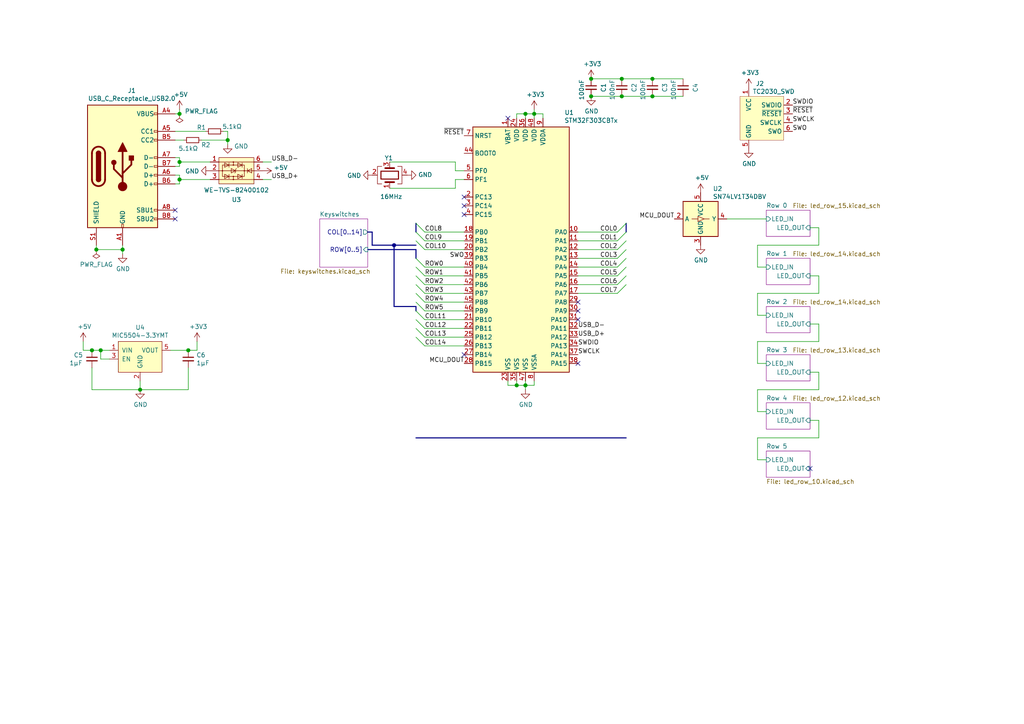
<source format=kicad_sch>
(kicad_sch (version 20210406) (generator eeschema)
  (paper "A4")
  (lib_symbols
    (symbol "Connector:USB_C_Receptacle_USB2.0" (pin_names (offset 1.016))
      (property "Reference" "J" (at -10.16 19.05 0))
      (property "Value" "USB_C_Receptacle_USB2.0" (at 19.05 19.05 0))
      (symbol "USB_C_Receptacle_USB2.0_0_0"
        (rectangle (start -0.254 -17.78) (end 0.254 -16.764))
        (rectangle (start 10.16 -14.986) (end 9.144 -15.494))
        (rectangle (start 10.16 -12.446) (end 9.144 -12.954))
        (rectangle (start 10.16 -4.826) (end 9.144 -5.334))
        (rectangle (start 10.16 -2.286) (end 9.144 -2.794))
        (rectangle (start 10.16 0.254) (end 9.144 -0.254))
        (rectangle (start 10.16 2.794) (end 9.144 2.286))
        (rectangle (start 10.16 7.874) (end 9.144 7.366))
        (rectangle (start 10.16 10.414) (end 9.144 9.906))
        (rectangle (start 10.16 15.494) (end 9.144 14.986))
      )
      (symbol "USB_C_Receptacle_USB2.0_0_1"
        (arc (start -8.89 -3.81) (end -5.08 -3.81) (radius (at -6.985 -3.81) (length 1.905) (angles -179.9 -0.1)) (stroke (width 0.508)))
        (arc (start -7.62 -3.81) (end -6.35 -3.81) (radius (at -6.985 -3.81) (length 0.635) (angles -179.9 -0.1)) (stroke (width 0.254)))
        (arc (start -6.35 3.81) (end -7.62 3.81) (radius (at -6.985 3.81) (length 0.635) (angles 0.1 179.9)) (stroke (width 0.254)))
        (arc (start -5.08 3.81) (end -8.89 3.81) (radius (at -6.985 3.81) (length 1.905) (angles 0.1 179.9)) (stroke (width 0.508)))
        (arc (start -7.62 -3.81) (end -6.35 -3.81) (radius (at -6.985 -3.81) (length 0.635) (angles -179.9 -0.1)) (stroke (width 0.254)) (fill (type outline)))
        (arc (start -6.35 3.81) (end -7.62 3.81) (radius (at -6.985 3.81) (length 0.635) (angles 0.1 179.9)) (stroke (width 0.254)) (fill (type outline)))
        (circle (center -2.54 1.143) (radius 0.635) (stroke (width 0.254)) (fill (type outline)))
        (circle (center 0 -5.842) (radius 1.27) (fill (type outline)))
        (rectangle (start -7.62 -3.81) (end -6.35 3.81) (stroke (width 0.254)) (fill (type outline)))
        (rectangle (start 1.905 1.778) (end 3.175 3.048) (stroke (width 0.254)) (fill (type outline)))
        (rectangle (start -10.16 17.78) (end 10.16 -17.78) (stroke (width 0.254)) (fill (type background)))
        (polyline (pts (xy -8.89 -3.81) (xy -8.89 3.81)) (stroke (width 0.508)))
        (polyline (pts (xy -5.08 3.81) (xy -5.08 -3.81)) (stroke (width 0.508)))
        (polyline (pts (xy 0 -5.842) (xy 0 4.318)) (stroke (width 0.508)))
        (polyline (pts (xy 0 -3.302) (xy -2.54 -0.762) (xy -2.54 0.508)) (stroke (width 0.508)))
        (polyline (pts (xy 0 -2.032) (xy 2.54 0.508) (xy 2.54 1.778)) (stroke (width 0.508)))
        (polyline (pts (xy -1.27 4.318) (xy 0 6.858) (xy 1.27 4.318) (xy -1.27 4.318)) (stroke (width 0.254)) (fill (type outline)))
      )
      (symbol "USB_C_Receptacle_USB2.0_1_1"
        (pin passive line (at 0 -22.86 90) (length 5.08) (name "GND") (number "A1"))
        (pin passive line (at 0 -22.86 90) (length 5.08) hide (name "GND") (number "A12"))
        (pin passive line (at 15.24 15.24 180) (length 5.08) (name "VBUS") (number "A4"))
        (pin bidirectional line (at 15.24 10.16 180) (length 5.08) (name "CC1") (number "A5"))
        (pin bidirectional line (at 15.24 -2.54 180) (length 5.08) (name "D+") (number "A6"))
        (pin bidirectional line (at 15.24 2.54 180) (length 5.08) (name "D-") (number "A7"))
        (pin bidirectional line (at 15.24 -12.7 180) (length 5.08) (name "SBU1") (number "A8"))
        (pin passive line (at 15.24 15.24 180) (length 5.08) hide (name "VBUS") (number "A9"))
        (pin passive line (at 0 -22.86 90) (length 5.08) hide (name "GND") (number "B1"))
        (pin passive line (at 0 -22.86 90) (length 5.08) hide (name "GND") (number "B12"))
        (pin passive line (at 15.24 15.24 180) (length 5.08) hide (name "VBUS") (number "B4"))
        (pin bidirectional line (at 15.24 7.62 180) (length 5.08) (name "CC2") (number "B5"))
        (pin bidirectional line (at 15.24 -5.08 180) (length 5.08) (name "D+") (number "B6"))
        (pin bidirectional line (at 15.24 0 180) (length 5.08) (name "D-") (number "B7"))
        (pin bidirectional line (at 15.24 -15.24 180) (length 5.08) (name "SBU2") (number "B8"))
        (pin passive line (at 15.24 15.24 180) (length 5.08) hide (name "VBUS") (number "B9"))
        (pin passive line (at -7.62 -22.86 90) (length 5.08) (name "SHIELD") (number "S1"))
      )
    )
    (symbol "Device:C_Small" (pin_numbers hide) (pin_names (offset 0.254) hide)
      (property "Reference" "C" (at 0.254 1.778 0))
      (property "Value" "C_Small" (at 0.254 -2.032 0))
      (symbol "C_Small_0_1"
        (polyline (pts (xy -1.524 -0.508) (xy 1.524 -0.508)) (stroke (width 0.3302)))
        (polyline (pts (xy -1.524 0.508) (xy 1.524 0.508)) (stroke (width 0.3048)))
      )
      (symbol "C_Small_1_1"
        (pin passive line (at 0 2.54 270) (length 2.032) (name "~") (number "1"))
        (pin passive line (at 0 -2.54 90) (length 2.032) (name "~") (number "2"))
      )
    )
    (symbol "Device:Crystal_GND24" (pin_names (offset 1.016) hide)
      (property "Reference" "Y" (at 3.175 5.08 0))
      (property "Value" "Crystal_GND24" (at 3.175 3.175 0))
      (symbol "Crystal_GND24_0_1"
        (rectangle (start -1.143 2.54) (end 1.143 -2.54) (stroke (width 0.3048)))
        (polyline (pts (xy -2.54 0) (xy -2.032 0)))
        (polyline (pts (xy -2.032 -1.27) (xy -2.032 1.27)) (stroke (width 0.508)))
        (polyline (pts (xy 0 -3.81) (xy 0 -3.556)))
        (polyline (pts (xy 0 3.556) (xy 0 3.81)))
        (polyline (pts (xy 2.032 -1.27) (xy 2.032 1.27)) (stroke (width 0.508)))
        (polyline (pts (xy 2.032 0) (xy 2.54 0)))
        (polyline (pts (xy -2.54 -2.286) (xy -2.54 -3.556) (xy 2.54 -3.556) (xy 2.54 -2.286)))
        (polyline (pts (xy -2.54 2.286) (xy -2.54 3.556) (xy 2.54 3.556) (xy 2.54 2.286)))
      )
      (symbol "Crystal_GND24_1_1"
        (pin passive line (at -3.81 0 0) (length 1.27) (name "1") (number "1"))
        (pin passive line (at 0 5.08 270) (length 1.27) (name "2") (number "2"))
        (pin passive line (at 3.81 0 180) (length 1.27) (name "3") (number "3"))
        (pin passive line (at 0 -5.08 90) (length 1.27) (name "4") (number "4"))
      )
    )
    (symbol "Device:R_Small" (pin_numbers hide) (pin_names (offset 0.254) hide)
      (property "Reference" "R" (at 0.762 0.508 0))
      (property "Value" "R_Small" (at 0.762 -1.016 0))
      (symbol "R_Small_0_1"
        (rectangle (start -0.762 1.778) (end 0.762 -1.778) (stroke (width 0.2032)))
      )
      (symbol "R_Small_1_1"
        (pin passive line (at 0 2.54 270) (length 0.762) (name "~") (number "1"))
        (pin passive line (at 0 -2.54 90) (length 0.762) (name "~") (number "2"))
      )
    )
    (symbol "Logic_LevelTranslator:SN74LV1T34DBV"
      (property "Reference" "U" (at 5.08 6.35 0))
      (property "Value" "SN74LV1T34DBV" (at 5.08 3.81 0))
      (symbol "SN74LV1T34DBV_0_1"
        (rectangle (start -5.08 5.08) (end 5.08 -5.08) (stroke (width 0.254)) (fill (type background)))
        (polyline (pts (xy -0.762 0) (xy -2.54 0)))
        (polyline (pts (xy 1.016 0) (xy 2.54 0)))
      )
      (symbol "SN74LV1T34DBV_1_1"
        (polyline (pts (xy -0.762 -0.762) (xy -0.762 0.762) (xy 1.016 0) (xy -0.762 -0.762)))
        (pin no_connect line (at -5.08 2.54 0) (length 2.54) hide (name "NC") (number "1"))
        (pin input line (at -7.62 0 0) (length 2.54) (name "A") (number "2"))
        (pin power_in line (at 0 -7.62 90) (length 2.54) (name "GND") (number "3"))
        (pin output line (at 7.62 0 180) (length 2.54) (name "Y") (number "4"))
        (pin power_in line (at 0 7.62 270) (length 2.54) (name "VCC") (number "5"))
      )
    )
    (symbol "MCU_ST_STM32F3:STM32F303CBTx"
      (property "Reference" "U" (at -15.24 36.83 0))
      (property "Value" "STM32F303CBTx" (at 7.62 36.83 0))
      (symbol "STM32F303CBTx_0_1"
        (rectangle (start -15.24 -35.56) (end 12.7 35.56) (stroke (width 0.254)) (fill (type background)))
      )
      (symbol "STM32F303CBTx_1_1"
        (pin power_in line (at -5.08 38.1 270) (length 2.54) (name "VBAT") (number "1"))
        (pin bidirectional line (at 15.24 5.08 180) (length 2.54) (name "PA0") (number "10"))
        (pin bidirectional line (at 15.24 2.54 180) (length 2.54) (name "PA1") (number "11"))
        (pin bidirectional line (at 15.24 0 180) (length 2.54) (name "PA2") (number "12"))
        (pin bidirectional line (at 15.24 -2.54 180) (length 2.54) (name "PA3") (number "13"))
        (pin bidirectional line (at 15.24 -5.08 180) (length 2.54) (name "PA4") (number "14"))
        (pin bidirectional line (at 15.24 -7.62 180) (length 2.54) (name "PA5") (number "15"))
        (pin bidirectional line (at 15.24 -10.16 180) (length 2.54) (name "PA6") (number "16"))
        (pin bidirectional line (at 15.24 -12.7 180) (length 2.54) (name "PA7") (number "17"))
        (pin bidirectional line (at -17.78 5.08 0) (length 2.54) (name "PB0") (number "18"))
        (pin bidirectional line (at -17.78 2.54 0) (length 2.54) (name "PB1") (number "19"))
        (pin bidirectional line (at -17.78 15.24 0) (length 2.54) (name "PC13") (number "2"))
        (pin bidirectional line (at -17.78 0 0) (length 2.54) (name "PB2") (number "20"))
        (pin bidirectional line (at -17.78 -20.32 0) (length 2.54) (name "PB10") (number "21"))
        (pin bidirectional line (at -17.78 -22.86 0) (length 2.54) (name "PB11") (number "22"))
        (pin power_in line (at -5.08 -38.1 90) (length 2.54) (name "VSS") (number "23"))
        (pin power_in line (at -2.54 38.1 270) (length 2.54) (name "VDD") (number "24"))
        (pin bidirectional line (at -17.78 -25.4 0) (length 2.54) (name "PB12") (number "25"))
        (pin bidirectional line (at -17.78 -27.94 0) (length 2.54) (name "PB13") (number "26"))
        (pin bidirectional line (at -17.78 -30.48 0) (length 2.54) (name "PB14") (number "27"))
        (pin bidirectional line (at -17.78 -33.02 0) (length 2.54) (name "PB15") (number "28"))
        (pin bidirectional line (at 15.24 -15.24 180) (length 2.54) (name "PA8") (number "29"))
        (pin bidirectional line (at -17.78 12.7 0) (length 2.54) (name "PC14") (number "3"))
        (pin bidirectional line (at 15.24 -17.78 180) (length 2.54) (name "PA9") (number "30"))
        (pin bidirectional line (at 15.24 -20.32 180) (length 2.54) (name "PA10") (number "31"))
        (pin bidirectional line (at 15.24 -22.86 180) (length 2.54) (name "PA11") (number "32"))
        (pin bidirectional line (at 15.24 -25.4 180) (length 2.54) (name "PA12") (number "33"))
        (pin bidirectional line (at 15.24 -27.94 180) (length 2.54) (name "PA13") (number "34"))
        (pin power_in line (at -2.54 -38.1 90) (length 2.54) (name "VSS") (number "35"))
        (pin power_in line (at 0 38.1 270) (length 2.54) (name "VDD") (number "36"))
        (pin bidirectional line (at 15.24 -30.48 180) (length 2.54) (name "PA14") (number "37"))
        (pin bidirectional line (at 15.24 -33.02 180) (length 2.54) (name "PA15") (number "38"))
        (pin bidirectional line (at -17.78 -2.54 0) (length 2.54) (name "PB3") (number "39"))
        (pin bidirectional line (at -17.78 10.16 0) (length 2.54) (name "PC15") (number "4"))
        (pin bidirectional line (at -17.78 -5.08 0) (length 2.54) (name "PB4") (number "40"))
        (pin bidirectional line (at -17.78 -7.62 0) (length 2.54) (name "PB5") (number "41"))
        (pin bidirectional line (at -17.78 -10.16 0) (length 2.54) (name "PB6") (number "42"))
        (pin bidirectional line (at -17.78 -12.7 0) (length 2.54) (name "PB7") (number "43"))
        (pin input line (at -17.78 27.94 0) (length 2.54) (name "BOOT0") (number "44"))
        (pin bidirectional line (at -17.78 -15.24 0) (length 2.54) (name "PB8") (number "45"))
        (pin bidirectional line (at -17.78 -17.78 0) (length 2.54) (name "PB9") (number "46"))
        (pin power_in line (at 0 -38.1 90) (length 2.54) (name "VSS") (number "47"))
        (pin power_in line (at 2.54 38.1 270) (length 2.54) (name "VDD") (number "48"))
        (pin input line (at -17.78 22.86 0) (length 2.54) (name "PF0") (number "5"))
        (pin input line (at -17.78 20.32 0) (length 2.54) (name "PF1") (number "6"))
        (pin input line (at -17.78 33.02 0) (length 2.54) (name "NRST") (number "7"))
        (pin power_in line (at 2.54 -38.1 90) (length 2.54) (name "VSSA") (number "8"))
        (pin power_in line (at 5.08 38.1 270) (length 2.54) (name "VDDA") (number "9"))
      )
    )
    (symbol "Power_Protection:WE-TVS-82400102"
      (property "Reference" "U" (at 0 7.62 0))
      (property "Value" "WE-TVS-82400102" (at 0 5.08 0))
      (symbol "WE-TVS-82400102_0_1"
        (circle (center -4.064 0) (radius 0.127))
        (circle (center -0.889 -2.54) (radius 0.127))
        (circle (center -0.889 -1.651) (radius 0.127))
        (circle (center -0.889 1.651) (radius 0.127))
        (circle (center -0.889 2.54) (radius 0.127))
        (circle (center 2.286 0) (radius 0.127))
        (rectangle (start -4.064 1.651) (end 2.286 -1.651))
        (rectangle (start -5.08 3.81) (end 5.08 -3.81) (fill (type background)))
        (polyline (pts (xy -5.08 -2.54) (xy 5.08 -2.54)))
        (polyline (pts (xy -5.08 2.54) (xy 5.08 2.54)))
        (polyline (pts (xy -4.064 0) (xy -5.08 0)))
        (polyline (pts (xy -2.159 -1.016) (xy -2.159 -2.286)))
        (polyline (pts (xy -2.159 2.286) (xy -2.159 1.016)))
        (polyline (pts (xy -0.889 -1.651) (xy -0.889 -2.413)))
        (polyline (pts (xy -0.889 1.651) (xy -0.889 2.54)))
        (polyline (pts (xy -0.508 -0.635) (xy -0.508 -0.635)))
        (polyline (pts (xy 1.651 -1.016) (xy 1.651 -2.286)))
        (polyline (pts (xy 1.651 2.286) (xy 1.651 1.016)))
        (polyline (pts (xy 2.286 0) (xy 5.08 0)))
        (polyline (pts (xy -3.429 -1.016) (xy -3.429 -2.286) (xy -2.159 -1.651) (xy -3.429 -1.016)))
        (polyline (pts (xy -3.429 1.016) (xy -3.429 2.286) (xy -2.159 1.651) (xy -3.429 1.016)))
        (polyline (pts (xy 0 0.635) (xy -0.254 0.381) (xy -0.254 -0.381) (xy -0.508 -0.635)))
        (polyline (pts (xy 0.381 -1.016) (xy 0.381 -2.286) (xy 1.651 -1.651) (xy 0.381 -1.016)))
        (polyline (pts (xy 0.381 1.016) (xy 0.381 2.286) (xy 1.651 1.651) (xy 0.381 1.016)))
        (polyline (pts (xy -4.064 0) (xy 2.286 0)) (fill (type outline)))
      )
      (symbol "WE-TVS-82400102_1_1"
        (polyline (pts (xy 3.175 0.635) (xy 3.175 -0.635)))
        (polyline (pts (xy -1.524 0.635) (xy -1.524 -0.635) (xy -0.254 0) (xy -1.524 0.635)))
        (polyline (pts (xy 4.445 0.635) (xy 4.445 -0.635) (xy 3.175 0) (xy 4.445 0.635)))
        (pin passive line (at -7.62 2.54 0) (length 2.54) (name "~") (number "1"))
        (pin passive line (at -7.62 0 0) (length 2.54) (name "~") (number "2"))
        (pin passive line (at -7.62 -2.54 0) (length 2.54) (name "~") (number "3"))
        (pin passive line (at 7.62 -2.54 180) (length 2.54) (name "~") (number "4"))
        (pin passive line (at 7.62 0 180) (length 2.54) (name "~") (number "5"))
        (pin passive line (at 7.62 2.54 180) (length 2.54) (name "~") (number "6"))
      )
    )
    (symbol "chonc60:MIC550x" (pin_names (offset 1.016))
      (property "Reference" "U" (at 0 6.35 0))
      (property "Value" "MIC550x" (at 0 3.81 0))
      (symbol "MIC550x_0_1"
        (rectangle (start -6.35 2.54) (end 6.35 -6.35) (fill (type background)))
      )
      (symbol "MIC550x_1_1"
        (pin power_in line (at -8.89 0 0) (length 2.54) (name "VIN") (number "1"))
        (pin power_in line (at 0 -8.89 90) (length 2.54) (name "GND") (number "2"))
        (pin input line (at -8.89 -2.54 0) (length 2.54) (name "EN") (number "3"))
        (pin no_connect line (at 8.89 -2.54 180) (length 2.54) hide (name "NC") (number "4"))
        (pin power_out line (at 8.89 0 180) (length 2.54) (name "VOUT") (number "5"))
      )
    )
    (symbol "chonc60:TC2030_SWD"
      (property "Reference" "J" (at 1.27 10.16 0))
      (property "Value" "TC2030_SWD" (at 6.35 7.62 0))
      (symbol "TC2030_SWD_0_1"
        (rectangle (start -6.35 6.35) (end 6.35 -6.35) (stroke (width 0.001)) (fill (type background)))
      )
      (symbol "TC2030_SWD_1_1"
        (pin power_in line (at -3.81 8.89 270) (length 2.54) (name "VCC") (number "1"))
        (pin bidirectional line (at 8.89 3.81 180) (length 2.54) (name "SWDIO") (number "2"))
        (pin output line (at 8.89 1.27 180) (length 2.54) (name "~RESET") (number "3"))
        (pin output line (at 8.89 -1.27 180) (length 2.54) (name "SWCLK") (number "4"))
        (pin power_in line (at -3.81 -8.89 90) (length 2.54) (name "GND") (number "5"))
        (pin input line (at 8.89 -3.81 180) (length 2.54) (name "SWO") (number "6"))
      )
    )
    (symbol "power:+3V3" (power) (pin_names (offset 0))
      (property "Value" "+3V3" (at 0 3.556 0))
      (symbol "+3V3_0_1"
        (polyline (pts (xy -0.762 1.27) (xy 0 2.54)))
        (polyline (pts (xy 0 0) (xy 0 2.54)))
        (polyline (pts (xy 0 2.54) (xy 0.762 1.27)))
      )
      (symbol "+3V3_1_1"
        (pin power_in line (at 0 0 90) (length 0) hide (name "+3V3") (number "1"))
      )
    )
    (symbol "power:+5V" (power) (pin_names (offset 0))
      (property "Value" "+5V" (at 0 3.556 0))
      (symbol "+5V_0_1"
        (polyline (pts (xy -0.762 1.27) (xy 0 2.54)))
        (polyline (pts (xy 0 0) (xy 0 2.54)))
        (polyline (pts (xy 0 2.54) (xy 0.762 1.27)))
      )
      (symbol "+5V_1_1"
        (pin power_in line (at 0 0 90) (length 0) hide (name "+5V") (number "1"))
      )
    )
    (symbol "power:GND" (power) (pin_names (offset 0))
      (property "Value" "GND" (at 0 -3.81 0))
      (symbol "GND_0_1"
        (polyline (pts (xy 0 0) (xy 0 -1.27) (xy 1.27 -1.27) (xy 0 -2.54) (xy -1.27 -1.27) (xy 0 -1.27)))
      )
      (symbol "GND_1_1"
        (pin power_in line (at 0 0 270) (length 0) hide (name "GND") (number "1"))
      )
    )
    (symbol "power:PWR_FLAG" (power) (pin_numbers hide) (pin_names (offset 0) hide)
      (property "Value" "PWR_FLAG" (at 0 3.81 0))
      (symbol "PWR_FLAG_0_0"
        (pin power_out line (at 0 0 90) (length 0) (name "pwr") (number "1"))
      )
      (symbol "PWR_FLAG_0_1"
        (polyline (pts (xy 0 0) (xy 0 1.27) (xy -1.016 1.905) (xy 0 2.54) (xy 1.016 1.905) (xy 0 1.27)))
      )
    )
  )
  (junction (at 26.67 101.6) (diameter 1.016))
  (junction (at 27.94 72.39) (diameter 1.016))
  (junction (at 29.21 101.6) (diameter 1.016))
  (junction (at 35.56 72.39) (diameter 1.016))
  (junction (at 40.64 113.03) (diameter 1.016))
  (junction (at 52.07 33.02) (diameter 1.016))
  (junction (at 52.07 46.99) (diameter 1.016))
  (junction (at 52.07 52.07) (diameter 1.016))
  (junction (at 54.61 101.6) (diameter 1.016))
  (junction (at 66.04 40.64) (diameter 1.016))
  (junction (at 149.86 111.76) (diameter 1.016))
  (junction (at 152.4 33.02) (diameter 1.016))
  (junction (at 152.4 111.76) (diameter 1.016))
  (junction (at 154.94 33.02) (diameter 1.016))
  (junction (at 171.45 22.86) (diameter 1.016))
  (junction (at 171.45 27.94) (diameter 1.016))
  (junction (at 180.34 22.86) (diameter 1.016))
  (junction (at 180.34 27.94) (diameter 1.016))
  (junction (at 189.23 22.86) (diameter 1.016))
  (junction (at 189.23 27.94) (diameter 1.016))
  (junction (at 114.3 71.12) (diameter 1.016))
  (no_connect (at 50.8 60.96))
  (no_connect (at 50.8 63.5))
  (no_connect (at 134.62 57.15))
  (no_connect (at 134.62 59.69))
  (no_connect (at 134.62 62.23))
  (no_connect (at 134.62 102.87))
  (no_connect (at 147.32 34.29))
  (no_connect (at 167.64 87.63))
  (no_connect (at 167.64 90.17))
  (no_connect (at 167.64 92.71))
  (no_connect (at 167.64 105.41))
  (no_connect (at 234.95 135.89))
  (bus_entry (at 120.65 64.77) (size 2.54 2.54) (stroke (width 0.1524)))
  (bus_entry (at 120.65 67.31) (size 2.54 2.54) (stroke (width 0.1524)))
  (bus_entry (at 120.65 69.85) (size 2.54 2.54) (stroke (width 0.1524)))
  (bus_entry (at 120.65 74.93) (size 2.54 2.54) (stroke (width 0.1524)))
  (bus_entry (at 120.65 77.47) (size 2.54 2.54) (stroke (width 0.1524)))
  (bus_entry (at 120.65 80.01) (size 2.54 2.54) (stroke (width 0.1524)))
  (bus_entry (at 120.65 82.55) (size 2.54 2.54) (stroke (width 0.1524)))
  (bus_entry (at 120.65 85.09) (size 2.54 2.54) (stroke (width 0.1524)))
  (bus_entry (at 120.65 87.63) (size 2.54 2.54) (stroke (width 0.1524)))
  (bus_entry (at 120.65 90.17) (size 2.54 2.54) (stroke (width 0.1524)))
  (bus_entry (at 120.65 92.71) (size 2.54 2.54) (stroke (width 0.1524)))
  (bus_entry (at 120.65 95.25) (size 2.54 2.54) (stroke (width 0.1524)))
  (bus_entry (at 120.65 97.79) (size 2.54 2.54) (stroke (width 0.1524)))
  (bus_entry (at 179.07 67.31) (size 2.54 -2.54) (stroke (width 0.1524)))
  (bus_entry (at 179.07 69.85) (size 2.54 -2.54) (stroke (width 0.1524)))
  (bus_entry (at 179.07 72.39) (size 2.54 -2.54) (stroke (width 0.1524)))
  (bus_entry (at 179.07 74.93) (size 2.54 -2.54) (stroke (width 0.1524)))
  (bus_entry (at 179.07 77.47) (size 2.54 -2.54) (stroke (width 0.1524)))
  (bus_entry (at 179.07 80.01) (size 2.54 -2.54) (stroke (width 0.1524)))
  (bus_entry (at 179.07 82.55) (size 2.54 -2.54) (stroke (width 0.1524)))
  (bus_entry (at 179.07 85.09) (size 2.54 -2.54) (stroke (width 0.1524)))
  (wire (pts (xy 24.13 99.06) (xy 24.13 101.6)))
  (wire (pts (xy 26.67 101.6) (xy 24.13 101.6)))
  (wire (pts (xy 26.67 113.03) (xy 26.67 106.68)))
  (wire (pts (xy 27.94 71.12) (xy 27.94 72.39)))
  (wire (pts (xy 27.94 72.39) (xy 35.56 72.39)))
  (wire (pts (xy 29.21 101.6) (xy 26.67 101.6)))
  (wire (pts (xy 29.21 104.14) (xy 29.21 101.6)))
  (wire (pts (xy 31.75 101.6) (xy 29.21 101.6)))
  (wire (pts (xy 31.75 104.14) (xy 29.21 104.14)))
  (wire (pts (xy 35.56 72.39) (xy 35.56 71.12)))
  (wire (pts (xy 35.56 72.39) (xy 35.56 73.66)))
  (wire (pts (xy 40.64 110.49) (xy 40.64 113.03)))
  (wire (pts (xy 40.64 113.03) (xy 26.67 113.03)))
  (wire (pts (xy 40.64 113.03) (xy 54.61 113.03)))
  (wire (pts (xy 49.53 101.6) (xy 54.61 101.6)))
  (wire (pts (xy 50.8 33.02) (xy 52.07 33.02)))
  (wire (pts (xy 50.8 38.1) (xy 59.69 38.1)))
  (wire (pts (xy 50.8 40.64) (xy 53.34 40.64)))
  (wire (pts (xy 50.8 45.72) (xy 52.07 45.72)))
  (wire (pts (xy 50.8 48.26) (xy 52.07 48.26)))
  (wire (pts (xy 50.8 50.8) (xy 52.07 50.8)))
  (wire (pts (xy 50.8 53.34) (xy 52.07 53.34)))
  (wire (pts (xy 52.07 31.75) (xy 52.07 33.02)))
  (wire (pts (xy 52.07 45.72) (xy 52.07 46.99)))
  (wire (pts (xy 52.07 46.99) (xy 52.07 48.26)))
  (wire (pts (xy 52.07 46.99) (xy 60.96 46.99)))
  (wire (pts (xy 52.07 50.8) (xy 52.07 52.07)))
  (wire (pts (xy 52.07 52.07) (xy 52.07 53.34)))
  (wire (pts (xy 52.07 52.07) (xy 60.96 52.07)))
  (wire (pts (xy 54.61 101.6) (xy 57.15 101.6)))
  (wire (pts (xy 54.61 113.03) (xy 54.61 106.68)))
  (wire (pts (xy 57.15 99.06) (xy 57.15 101.6)))
  (wire (pts (xy 58.42 40.64) (xy 66.04 40.64)))
  (wire (pts (xy 64.77 38.1) (xy 66.04 38.1)))
  (wire (pts (xy 66.04 38.1) (xy 66.04 40.64)))
  (wire (pts (xy 66.04 40.64) (xy 66.04 41.91)))
  (wire (pts (xy 76.2 46.99) (xy 78.74 46.99)))
  (wire (pts (xy 76.2 52.07) (xy 78.74 52.07)))
  (wire (pts (xy 113.03 46.99) (xy 132.08 46.99)))
  (wire (pts (xy 113.03 54.61) (xy 132.08 54.61)))
  (wire (pts (xy 123.19 67.31) (xy 134.62 67.31)))
  (wire (pts (xy 123.19 69.85) (xy 134.62 69.85)))
  (wire (pts (xy 123.19 72.39) (xy 134.62 72.39)))
  (wire (pts (xy 123.19 77.47) (xy 134.62 77.47)))
  (wire (pts (xy 123.19 80.01) (xy 134.62 80.01)))
  (wire (pts (xy 123.19 82.55) (xy 134.62 82.55)))
  (wire (pts (xy 123.19 85.09) (xy 134.62 85.09)))
  (wire (pts (xy 123.19 87.63) (xy 134.62 87.63)))
  (wire (pts (xy 123.19 90.17) (xy 134.62 90.17)))
  (wire (pts (xy 123.19 92.71) (xy 134.62 92.71)))
  (wire (pts (xy 123.19 95.25) (xy 134.62 95.25)))
  (wire (pts (xy 123.19 97.79) (xy 134.62 97.79)))
  (wire (pts (xy 123.19 100.33) (xy 134.62 100.33)))
  (wire (pts (xy 132.08 46.99) (xy 132.08 49.53)))
  (wire (pts (xy 132.08 49.53) (xy 134.62 49.53)))
  (wire (pts (xy 132.08 52.07) (xy 132.08 54.61)))
  (wire (pts (xy 132.08 52.07) (xy 134.62 52.07)))
  (wire (pts (xy 147.32 110.49) (xy 147.32 111.76)))
  (wire (pts (xy 147.32 111.76) (xy 149.86 111.76)))
  (wire (pts (xy 149.86 33.02) (xy 149.86 34.29)))
  (wire (pts (xy 149.86 33.02) (xy 152.4 33.02)))
  (wire (pts (xy 149.86 110.49) (xy 149.86 111.76)))
  (wire (pts (xy 149.86 111.76) (xy 152.4 111.76)))
  (wire (pts (xy 152.4 33.02) (xy 152.4 34.29)))
  (wire (pts (xy 152.4 33.02) (xy 154.94 33.02)))
  (wire (pts (xy 152.4 110.49) (xy 152.4 111.76)))
  (wire (pts (xy 152.4 111.76) (xy 152.4 113.03)))
  (wire (pts (xy 152.4 111.76) (xy 154.94 111.76)))
  (wire (pts (xy 154.94 31.75) (xy 154.94 33.02)))
  (wire (pts (xy 154.94 33.02) (xy 154.94 34.29)))
  (wire (pts (xy 154.94 33.02) (xy 157.48 33.02)))
  (wire (pts (xy 154.94 110.49) (xy 154.94 111.76)))
  (wire (pts (xy 157.48 34.29) (xy 157.48 33.02)))
  (wire (pts (xy 167.64 67.31) (xy 179.07 67.31)))
  (wire (pts (xy 167.64 69.85) (xy 179.07 69.85)))
  (wire (pts (xy 167.64 72.39) (xy 179.07 72.39)))
  (wire (pts (xy 167.64 74.93) (xy 179.07 74.93)))
  (wire (pts (xy 167.64 77.47) (xy 179.07 77.47)))
  (wire (pts (xy 167.64 80.01) (xy 179.07 80.01)))
  (wire (pts (xy 167.64 82.55) (xy 179.07 82.55)))
  (wire (pts (xy 167.64 85.09) (xy 179.07 85.09)))
  (wire (pts (xy 171.45 22.86) (xy 180.34 22.86)))
  (wire (pts (xy 171.45 27.94) (xy 180.34 27.94)))
  (wire (pts (xy 180.34 22.86) (xy 189.23 22.86)))
  (wire (pts (xy 180.34 27.94) (xy 189.23 27.94)))
  (wire (pts (xy 189.23 22.86) (xy 198.12 22.86)))
  (wire (pts (xy 189.23 27.94) (xy 198.12 27.94)))
  (wire (pts (xy 210.82 63.5) (xy 222.25 63.5)))
  (wire (pts (xy 219.71 71.12) (xy 219.71 77.47)))
  (wire (pts (xy 219.71 77.47) (xy 222.25 77.47)))
  (wire (pts (xy 219.71 85.09) (xy 219.71 91.44)))
  (wire (pts (xy 219.71 85.09) (xy 237.49 85.09)))
  (wire (pts (xy 219.71 91.44) (xy 222.25 91.44)))
  (wire (pts (xy 219.71 99.06) (xy 219.71 105.41)))
  (wire (pts (xy 219.71 99.06) (xy 237.49 99.06)))
  (wire (pts (xy 219.71 105.41) (xy 222.25 105.41)))
  (wire (pts (xy 219.71 113.03) (xy 219.71 119.38)))
  (wire (pts (xy 219.71 113.03) (xy 237.49 113.03)))
  (wire (pts (xy 219.71 119.38) (xy 222.25 119.38)))
  (wire (pts (xy 219.71 127) (xy 219.71 133.35)))
  (wire (pts (xy 219.71 127) (xy 237.49 127)))
  (wire (pts (xy 219.71 133.35) (xy 222.25 133.35)))
  (wire (pts (xy 234.95 66.04) (xy 237.49 66.04)))
  (wire (pts (xy 234.95 80.01) (xy 237.49 80.01)))
  (wire (pts (xy 234.95 93.98) (xy 237.49 93.98)))
  (wire (pts (xy 234.95 107.95) (xy 237.49 107.95)))
  (wire (pts (xy 234.95 121.92) (xy 237.49 121.92)))
  (wire (pts (xy 237.49 66.04) (xy 237.49 71.12)))
  (wire (pts (xy 237.49 71.12) (xy 219.71 71.12)))
  (wire (pts (xy 237.49 80.01) (xy 237.49 85.09)))
  (wire (pts (xy 237.49 93.98) (xy 237.49 99.06)))
  (wire (pts (xy 237.49 107.95) (xy 237.49 113.03)))
  (wire (pts (xy 237.49 121.92) (xy 237.49 127)))
  (bus (pts (xy 106.68 67.31) (xy 107.95 67.31)))
  (bus (pts (xy 106.68 72.39) (xy 120.65 72.39)))
  (bus (pts (xy 107.95 67.31) (xy 107.95 71.12)))
  (bus (pts (xy 107.95 71.12) (xy 114.3 71.12)))
  (bus (pts (xy 114.3 71.12) (xy 114.3 88.9)))
  (bus (pts (xy 114.3 71.12) (xy 120.65 71.12)))
  (bus (pts (xy 114.3 88.9) (xy 120.65 88.9)))
  (bus (pts (xy 120.65 64.77) (xy 120.65 71.12)))
  (bus (pts (xy 120.65 72.39) (xy 120.65 87.63)))
  (bus (pts (xy 120.65 88.9) (xy 120.65 127)))
  (bus (pts (xy 120.65 127) (xy 181.61 127)))
  (bus (pts (xy 181.61 64.77) (xy 181.61 127)))
  (label "USB_D-" (at 78.74 46.99 0))
  (label "USB_D+" (at 78.74 52.07 0))
  (label "COL8" (at 123.19 67.31 0))
  (label "COL9" (at 123.19 69.85 0))
  (label "COL10" (at 123.19 72.39 0))
  (label "ROW0" (at 123.19 77.47 0))
  (label "ROW1" (at 123.19 80.01 0))
  (label "ROW2" (at 123.19 82.55 0))
  (label "ROW3" (at 123.19 85.09 0))
  (label "ROW4" (at 123.19 87.63 0))
  (label "ROW5" (at 123.19 90.17 0))
  (label "COL11" (at 123.19 92.71 0))
  (label "COL12" (at 123.19 95.25 0))
  (label "COL13" (at 123.19 97.79 0))
  (label "COL14" (at 123.19 100.33 0))
  (label "~RESET" (at 134.62 39.37 180))
  (label "SWO" (at 134.62 74.93 180))
  (label "MCU_DOUT" (at 134.62 105.41 180))
  (label "USB_D-" (at 167.64 95.25 0))
  (label "USB_D+" (at 167.64 97.79 0))
  (label "SWDIO" (at 167.64 100.33 0))
  (label "SWCLK" (at 167.64 102.87 0))
  (label "COL0" (at 179.07 67.31 180))
  (label "COL1" (at 179.07 69.85 180))
  (label "COL2" (at 179.07 72.39 180))
  (label "COL3" (at 179.07 74.93 180))
  (label "COL4" (at 179.07 77.47 180))
  (label "COL5" (at 179.07 80.01 180))
  (label "COL6" (at 179.07 82.55 180))
  (label "COL7" (at 179.07 85.09 180))
  (label "MCU_DOUT" (at 195.58 63.5 180))
  (label "SWDIO" (at 229.87 30.48 0))
  (label "~RESET" (at 229.87 33.02 0))
  (label "SWCLK" (at 229.87 35.56 0))
  (label "SWO" (at 229.87 38.1 0))
  (symbol (lib_id "power:+5V") (at 24.13 99.06 0) (unit 1)
    (property "Reference" "#PWR015" (effects hide))
    (property "Value" "+5V" (at 24.4983 94.7356 0))
  )
  (symbol (lib_id "power:+5V") (at 52.07 31.75 0) (unit 1)
    (property "Reference" "#PWR04" (effects hide))
    (property "Value" "+5V" (at 52.4383 27.4256 0))
  )
  (symbol (lib_id "power:+3V3") (at 57.15 99.06 0) (unit 1)
    (property "Reference" "#PWR016" (effects hide))
    (property "Value" "+3V3" (at 57.5183 94.7356 0))
  )
  (symbol (lib_id "power:+5V") (at 76.2 49.53 270) (unit 1)
    (property "Reference" "#PWR09" (effects hide))
    (property "Value" "+5V" (at 79.3751 48.6283 90) (effects (justify left)))
  )
  (symbol (lib_id "power:+3V3") (at 154.94 31.75 0) (unit 1)
    (property "Reference" "#PWR05" (effects hide))
    (property "Value" "+3V3" (at 155.3083 27.4256 0))
  )
  (symbol (lib_id "power:+3V3") (at 171.45 22.86 0) (unit 1)
    (property "Reference" "#PWR01" (effects hide))
    (property "Value" "+3V3" (at 171.8183 18.5356 0))
  )
  (symbol (lib_id "power:+5V") (at 203.2 55.88 0) (unit 1)
    (property "Reference" "#PWR012" (effects hide))
    (property "Value" "+5V" (at 203.5683 51.5556 0))
  )
  (symbol (lib_id "power:+3V3") (at 217.17 25.4 0) (unit 1)
    (property "Reference" "#PWR02" (effects hide))
    (property "Value" "+3V3" (at 217.5383 21.0756 0))
  )
  (symbol (lib_id "power:PWR_FLAG") (at 27.94 72.39 180) (unit 1)
    (property "Reference" "#FLG02" (effects hide))
    (property "Value" "PWR_FLAG" (at 27.94 76.7144 0))
  )
  (symbol (lib_id "power:PWR_FLAG") (at 52.07 33.02 180) (unit 1)
    (property "Reference" "#FLG01" (effects hide))
    (property "Value" "PWR_FLAG" (at 58.42 32.2644 0))
  )
  (symbol (lib_id "power:GND") (at 35.56 73.66 0) (unit 1)
    (property "Reference" "#PWR014" (effects hide))
    (property "Value" "GND" (at 35.6743 77.9844 0))
  )
  (symbol (lib_id "power:GND") (at 40.64 113.03 0) (unit 1)
    (property "Reference" "#PWR017" (effects hide))
    (property "Value" "GND" (at 40.7543 117.3544 0))
  )
  (symbol (lib_id "power:GND") (at 60.96 49.53 270) (unit 1)
    (property "Reference" "#PWR08" (effects hide))
    (property "Value" "GND" (at 57.785 49.6443 90) (effects (justify right)))
  )
  (symbol (lib_id "power:GND") (at 66.04 41.91 0) (unit 1)
    (property "Reference" "#PWR06" (effects hide))
    (property "Value" "GND" (at 69.9643 42.4244 0))
  )
  (symbol (lib_id "power:GND") (at 107.95 50.8 270) (unit 1)
    (property "Reference" "#PWR010" (effects hide))
    (property "Value" "GND" (at 104.775 50.9143 90) (effects (justify right)))
  )
  (symbol (lib_id "power:GND") (at 118.11 50.8 90) (unit 1)
    (property "Reference" "#PWR011" (effects hide))
    (property "Value" "GND" (at 121.2851 50.6857 90) (effects (justify right)))
  )
  (symbol (lib_id "power:GND") (at 152.4 113.03 0) (unit 1)
    (property "Reference" "#PWR018" (effects hide))
    (property "Value" "GND" (at 152.5143 117.3544 0))
  )
  (symbol (lib_id "power:GND") (at 171.45 27.94 0) (unit 1)
    (property "Reference" "#PWR03" (effects hide))
    (property "Value" "GND" (at 171.5643 32.2644 0))
  )
  (symbol (lib_id "power:GND") (at 203.2 71.12 0) (unit 1)
    (property "Reference" "#PWR013" (effects hide))
    (property "Value" "GND" (at 203.3143 75.4444 0))
  )
  (symbol (lib_id "power:GND") (at 217.17 43.18 0) (unit 1)
    (property "Reference" "#PWR07" (effects hide))
    (property "Value" "GND" (at 217.2843 47.5044 0))
  )
  (symbol (lib_id "Device:R_Small") (at 55.88 40.64 90) (unit 1)
    (property "Reference" "R2" (at 59.69 42.043 90))
    (property "Value" "5.1kΩ" (at 54.61 43.0719 90))
    (property "Footprint" "Resistor_SMD:R_0603_1608Metric" (effects hide))
  )
  (symbol (lib_id "Device:R_Small") (at 62.23 38.1 90) (unit 1)
    (property "Reference" "R1" (at 58.42 36.963 90))
    (property "Value" "5.1kΩ" (at 67.31 36.7219 90))
    (property "Footprint" "Resistor_SMD:R_0603_1608Metric" (effects hide))
  )
  (symbol (lib_id "Device:C_Small") (at 26.67 104.14 0) (unit 1)
    (property "Reference" "C5" (at 21.374 102.991 0) (effects (justify left)))
    (property "Value" "1µF" (at 20.104 105.289 0) (effects (justify left)))
    (property "Footprint" "Capacitor_SMD:C_0603_1608Metric" (effects hide))
  )
  (symbol (lib_id "Device:C_Small") (at 54.61 104.14 0) (unit 1)
    (property "Reference" "C6" (at 56.934 102.991 0) (effects (justify left)))
    (property "Value" "1µF" (at 56.934 105.289 0) (effects (justify left)))
    (property "Footprint" "Capacitor_SMD:C_0603_1608Metric" (effects hide))
  )
  (symbol (lib_id "Device:C_Small") (at 171.45 25.4 0) (unit 1)
    (property "Reference" "C1" (at 175.044 26.791 90) (effects (justify left)))
    (property "Value" "100nF" (at 168.694 29.089 90) (effects (justify left)))
    (property "Footprint" "Capacitor_SMD:C_0603_1608Metric" (effects hide))
  )
  (symbol (lib_id "Device:C_Small") (at 180.34 25.4 0) (unit 1)
    (property "Reference" "C2" (at 183.934 26.791 90) (effects (justify left)))
    (property "Value" "100nF" (at 177.584 29.089 90) (effects (justify left)))
    (property "Footprint" "Capacitor_SMD:C_0603_1608Metric" (effects hide))
  )
  (symbol (lib_id "Device:C_Small") (at 189.23 25.4 0) (unit 1)
    (property "Reference" "C3" (at 192.824 26.791 90) (effects (justify left)))
    (property "Value" "100nF" (at 186.474 29.089 90) (effects (justify left)))
    (property "Footprint" "Capacitor_SMD:C_0603_1608Metric" (effects hide))
  )
  (symbol (lib_id "Device:C_Small") (at 198.12 25.4 0) (unit 1)
    (property "Reference" "C4" (at 201.714 26.791 90) (effects (justify left)))
    (property "Value" "100nF" (at 195.364 29.089 90) (effects (justify left)))
    (property "Footprint" "Capacitor_SMD:C_0603_1608Metric" (effects hide))
  )
  (symbol (lib_id "Device:Crystal_GND24") (at 113.03 50.8 90) (unit 1)
    (property "Reference" "Y1" (at 111.506 45.841 90) (effects (justify right)))
    (property "Value" "16MHz" (at 110.236 57.029 90) (effects (justify right)))
  )
  (symbol (lib_id "Power_Protection:WE-TVS-82400102") (at 68.58 49.53 0) (unit 1)
    (property "Reference" "U3" (at 68.58 57.918 0))
    (property "Value" "WE-TVS-82400102" (at 68.58 55.1369 0))
    (property "Footprint" "Package_TO_SOT_SMD:SOT-23-6" (effects hide))
    (property "Datasheet" "https://katalog.we-online.de/pbs/datasheet/82400102.pdf" (effects hide))
  )
  (symbol (lib_id "chonc60:MIC550x") (at 40.64 101.6 0) (unit 1)
    (property "Reference" "U4" (at 40.64 94.977 0))
    (property "Value" "MIC5504-3.3YMT" (at 40.64 97.276 0))
    (property "Footprint" "Package_TO_SOT_SMD:SOT-23-5" (effects hide))
    (property "Datasheet" "http://ww1.microchip.com/downloads/en/DeviceDoc/MIC5501-02-03-04-300mA-Single-Output-LDO-in-Small-Packages-DS20006006B.pdf" (effects hide))
  )
  (symbol (lib_id "Logic_LevelTranslator:SN74LV1T34DBV") (at 203.2 63.5 0) (unit 1)
    (property "Reference" "U2" (at 206.756 54.731 0) (effects (justify left)))
    (property "Value" "SN74LV1T34DBV" (at 206.7561 57.0293 0) (effects (justify left)))
    (property "Footprint" "Package_TO_SOT_SMD:SOT-23-5" (effects hide))
    (property "Datasheet" "https://www.ti.com/lit/ds/symlink/sn74lv1t34.pdf" (effects hide))
  )
  (symbol (lib_id "chonc60:TC2030_SWD") (at 220.98 34.29 0) (unit 1)
    (property "Reference" "J2" (at 221.614 24.251 0) (effects (justify right)))
    (property "Value" "TC2030_SWD" (at 230.5044 26.5493 0) (effects (justify right)))
    (property "Footprint" "Connector:Tag-Connect_TC2030-IDC-NL_2x03_P1.27mm_Vertical" (effects hide))
  )
  (symbol (lib_id "Connector:USB_C_Receptacle_USB2.0") (at 35.56 48.26 0) (unit 1)
    (property "Reference" "J1" (at 38.227 26.27 0))
    (property "Value" "USB_C_Receptacle_USB2.0" (at 38.227 28.5685 0))
    (property "Footprint" "chonc60:USB_C_Receptacle_JING_C167321" (effects hide))
    (property "Datasheet" "https://www.usb.org/sites/default/files/documents/usb_type-c.zip" (effects hide))
  )
  (symbol (lib_id "MCU_ST_STM32F3:STM32F303CBTx") (at 152.4 72.39 0) (unit 1)
    (property "Reference" "U1" (at 165.1 32.645 0))
    (property "Value" "STM32F303CBTx" (at 171.45 34.9441 0))
    (property "Footprint" "Package_QFP:LQFP-48_7x7mm_P0.5mm" (effects hide))
    (property "Datasheet" "http://www.st.com/st-web-ui/static/active/en/resource/technical/document/datasheet/DM00058181.pdf" (effects hide))
  )
  (sheet (at 92.71 63.5) (size 13.97 13.97) (stroke (width 0.001) (color 132 0 132 1)) (fill (color 255 255 255 0.0000))
    (property "Sheet name" "Keyswitches" (at 92.71 62.8641 0) (effects (justify left bottom)))
    (property "Sheet file" "keyswitches.kicad_sch" (at 81.28 77.9789 0) (effects (justify left top)))
    (pin "ROW[0..5]" input (at 106.68 72.39 0))
    (pin "COL[0..14]" output (at 106.68 67.31 0))
  )
  (sheet (at 222.25 60.96) (size 12.7 7.62) (stroke (width 0.001) (color 132 0 132 1)) (fill (color 255 255 255 0.0000))
    (property "Sheet name" "Row 0" (at 222.25 60.3241 0) (effects (justify left bottom)))
    (property "Sheet file" "led_row_15.kicad_sch" (at 229.87 58.9289 0) (effects (justify left top)))
    (pin "LED_OUT" input (at 234.95 66.04 0))
    (pin "LED_IN" input (at 222.25 63.5 180))
  )
  (sheet (at 222.25 74.93) (size 12.7 7.62) (stroke (width 0.001) (color 132 0 132 1)) (fill (color 255 255 255 0.0000))
    (property "Sheet name" "Row 1" (at 222.25 74.294 0) (effects (justify left bottom)))
    (property "Sheet file" "led_row_14.kicad_sch" (at 229.87 72.899 0) (effects (justify left top)))
    (pin "LED_OUT" input (at 234.95 80.01 0))
    (pin "LED_IN" input (at 222.25 77.47 180))
  )
  (sheet (at 222.25 88.9) (size 12.7 7.62) (stroke (width 0.001) (color 132 0 132 1)) (fill (color 255 255 255 0.0000))
    (property "Sheet name" "Row 2" (at 222.25 88.264 0) (effects (justify left bottom)))
    (property "Sheet file" "led_row_14.kicad_sch" (at 229.87 86.869 0) (effects (justify left top)))
    (pin "LED_OUT" input (at 234.95 93.98 0))
    (pin "LED_IN" input (at 222.25 91.44 180))
  )
  (sheet (at 222.25 102.87) (size 12.7 7.62) (stroke (width 0.001) (color 132 0 132 1)) (fill (color 255 255 255 0.0000))
    (property "Sheet name" "Row 3" (at 222.25 102.234 0) (effects (justify left bottom)))
    (property "Sheet file" "led_row_13.kicad_sch" (at 229.87 100.8389 0) (effects (justify left top)))
    (pin "LED_OUT" input (at 234.95 107.95 0))
    (pin "LED_IN" input (at 222.25 105.41 180))
  )
  (sheet (at 222.25 116.84) (size 12.7 7.62) (stroke (width 0.001) (color 132 0 132 1)) (fill (color 255 255 255 0.0000))
    (property "Sheet name" "Row 4" (at 222.25 116.204 0) (effects (justify left bottom)))
    (property "Sheet file" "led_row_12.kicad_sch" (at 229.87 114.809 0) (effects (justify left top)))
    (pin "LED_OUT" input (at 234.95 121.92 0))
    (pin "LED_IN" input (at 222.25 119.38 180))
  )
  (sheet (at 222.25 130.81) (size 12.7 7.62) (stroke (width 0.001) (color 132 0 132 1)) (fill (color 255 255 255 0.0000))
    (property "Sheet name" "Row 5" (at 222.25 130.1741 0) (effects (justify left bottom)))
    (property "Sheet file" "led_row_10.kicad_sch" (at 222.25 138.9389 0) (effects (justify left top)))
    (pin "LED_OUT" input (at 234.95 135.89 0))
    (pin "LED_IN" input (at 222.25 133.35 180))
  )
)
</source>
